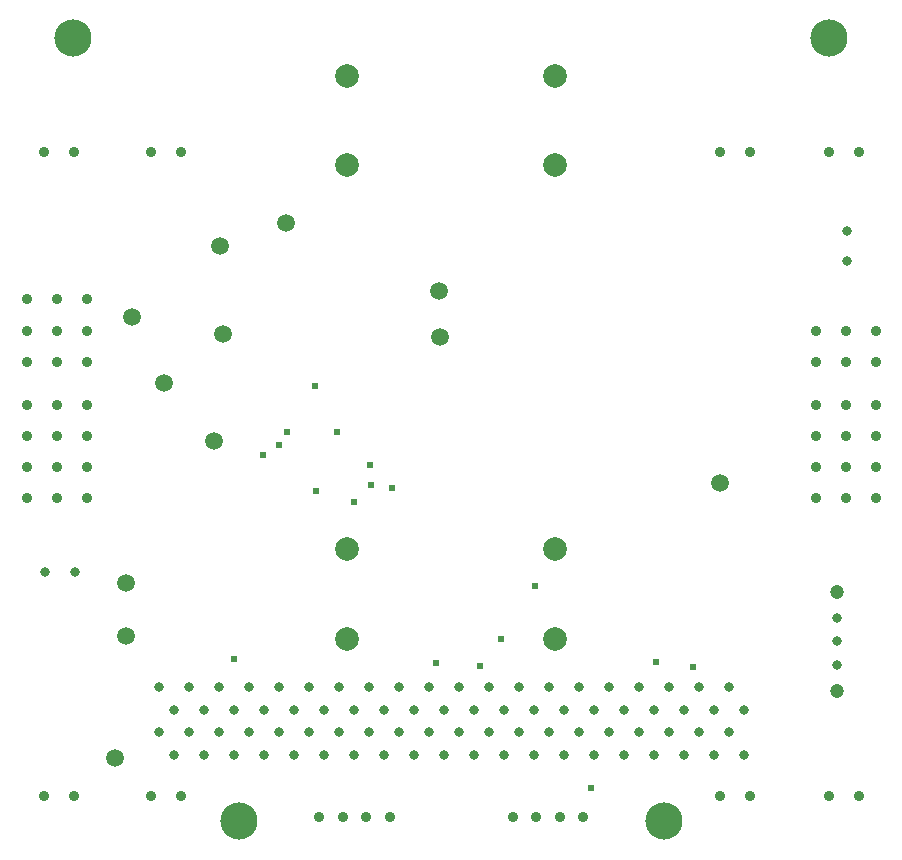
<source format=gbr>
G04 DesignSpark PCB Gerber Version 12.0 Build 5942*
%FSLAX35Y35*%
%MOMM*%
%ADD88C,0.60000*%
%ADD87C,0.60960*%
%ADD91C,0.81280*%
%ADD90C,0.81300*%
%ADD89C,0.90000*%
%ADD94C,1.20000*%
%ADD86C,1.50000*%
%ADD93C,2.00000*%
%ADD92C,3.15000*%
X0Y0D02*
D02*
D86*
X1520240Y2150240D03*
X1610240Y3185240D03*
Y3630240D03*
X1665240Y5890240D03*
X1930240Y5330240D03*
X2355240Y4840240D03*
X2410240Y6485240D03*
X2430240Y5745240D03*
X2970240Y6680240D03*
X4265240Y6110240D03*
X4270240Y5720240D03*
X6645240Y4485240D03*
D02*
D87*
X2527390Y2990240D03*
X2770240Y4715240D03*
X2905240Y4805240D03*
X2975240Y4915240D03*
X3215240Y5300240D03*
X3220240Y4410240D03*
X3395240Y4910240D03*
X3540240Y4320240D03*
X3675240Y4630240D03*
X3690240Y4465240D03*
X3865240Y4435240D03*
X4240240Y2955240D03*
X4610240Y2930240D03*
X4785240Y3160240D03*
X5075240Y3605240D03*
X5550240Y1900240D03*
X6100240Y2965240D03*
X6415240Y2920240D03*
D02*
D88*
X3485240Y7930240D03*
X5245240D03*
D02*
D89*
X772240Y4350240D03*
Y4615240D03*
Y4880240D03*
Y5145240D03*
Y5505240D03*
Y5770240D03*
Y6035240D03*
X915240Y1835240D03*
Y7285240D03*
X1026240Y4350240D03*
Y4615240D03*
Y4880240D03*
Y5145240D03*
Y5505240D03*
Y5770240D03*
Y6035240D03*
X1169240Y1835240D03*
Y7285240D03*
X1280240Y4350240D03*
Y4615240D03*
Y4880240D03*
Y5145240D03*
Y5505240D03*
Y5770240D03*
Y6035240D03*
X1825240Y1835240D03*
Y7285240D03*
X2079240Y1835240D03*
Y7285240D03*
X3245240Y1650240D03*
X3445240D03*
X3645240D03*
X3845240D03*
X4885240D03*
X5085240D03*
X5285240D03*
X5485240D03*
X6645240Y1835240D03*
Y7285240D03*
X6899240Y1835240D03*
Y7285240D03*
X7450240Y4350240D03*
Y4615240D03*
Y4880240D03*
Y5145240D03*
Y5505240D03*
Y5770240D03*
X7560240Y1835240D03*
Y7285240D03*
X7704240Y4350240D03*
Y4615240D03*
Y4880240D03*
Y5145240D03*
Y5505240D03*
Y5770240D03*
X7814240Y1835240D03*
Y7285240D03*
X7958240Y4350240D03*
Y4615240D03*
Y4880240D03*
Y5145240D03*
Y5505240D03*
Y5770240D03*
D02*
D90*
X1892390Y2371740D03*
Y2751740D03*
X2019390Y2181740D03*
Y2561740D03*
X2146390Y2371740D03*
Y2751740D03*
X2273390Y2181740D03*
Y2561740D03*
X2400390Y2371740D03*
Y2751740D03*
X2527390Y2181740D03*
Y2561740D03*
X2654390Y2371740D03*
Y2751740D03*
X2781390Y2181740D03*
Y2561740D03*
X2908390Y2371740D03*
Y2751740D03*
X3035390Y2181740D03*
Y2561740D03*
X3162390Y2371740D03*
Y2751740D03*
X3289390Y2181740D03*
Y2561740D03*
X3416390Y2371740D03*
Y2751740D03*
X3543390Y2181740D03*
Y2561740D03*
X3670390Y2371740D03*
Y2751740D03*
X3797390Y2181740D03*
Y2561740D03*
X3924390Y2371740D03*
Y2751740D03*
X4051390Y2181740D03*
Y2561740D03*
X4178390Y2371740D03*
Y2751740D03*
X4305390Y2181740D03*
Y2561740D03*
X4432390Y2371740D03*
Y2751740D03*
X4559390Y2181740D03*
Y2561740D03*
X4686390Y2371740D03*
Y2751740D03*
X4813390Y2181740D03*
Y2561740D03*
X4940390Y2371740D03*
Y2751740D03*
X5067390Y2181740D03*
Y2561740D03*
X5194390Y2371740D03*
Y2751740D03*
X5321390Y2181740D03*
Y2561740D03*
X5448390Y2371740D03*
Y2751740D03*
X5575390Y2181740D03*
Y2561740D03*
X5702390Y2371740D03*
Y2751740D03*
X5829390Y2181740D03*
Y2561740D03*
X5956390Y2371740D03*
Y2751740D03*
X6083390Y2181740D03*
Y2561740D03*
X6210390Y2371740D03*
Y2751740D03*
X6337390Y2181740D03*
Y2561740D03*
X6464390Y2371740D03*
Y2751740D03*
X6591390Y2181740D03*
Y2561740D03*
X6718390Y2371740D03*
Y2751740D03*
X6845390Y2181740D03*
Y2561740D03*
X7630240Y2940240D03*
Y3140240D03*
Y3340240D03*
D02*
D91*
X926240Y3730240D03*
X1180240D03*
X7715240Y6360240D03*
Y6614240D03*
D02*
D92*
X1165240Y8245240D03*
X2565240Y1620240D03*
X6165240D03*
X7565240Y8245240D03*
D02*
D93*
X3485240Y3160240D03*
Y3920240D03*
Y7170240D03*
Y7930240D03*
X5245240Y3160240D03*
Y3920240D03*
Y7170240D03*
Y7930240D03*
D02*
D94*
X7630240Y2720240D03*
Y3560240D03*
X0Y0D02*
M02*

</source>
